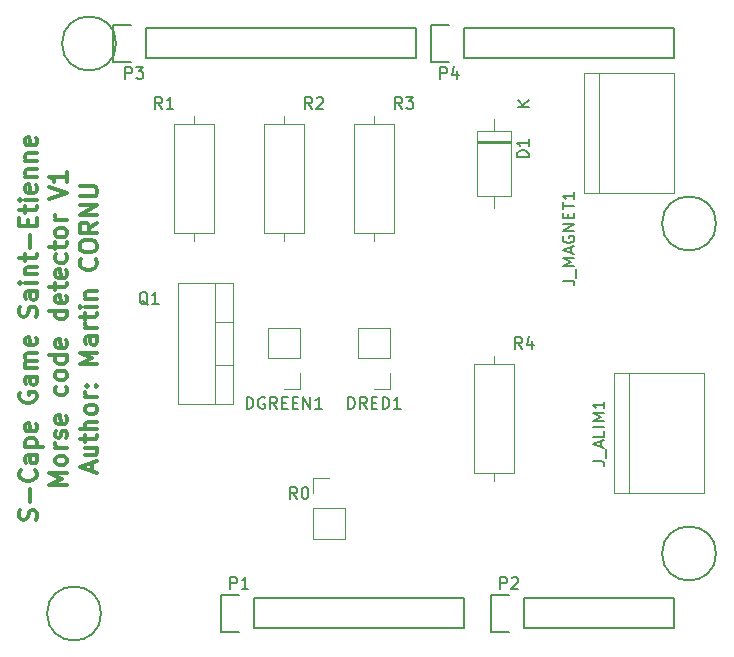
<source format=gto>
G04 #@! TF.GenerationSoftware,KiCad,Pcbnew,(5.0.2)-1*
G04 #@! TF.CreationDate,2018-12-31T00:39:44+01:00*
G04 #@! TF.ProjectId,pcb,7063622e-6b69-4636-9164-5f7063625858,1.1*
G04 #@! TF.SameCoordinates,Original*
G04 #@! TF.FileFunction,Legend,Top*
G04 #@! TF.FilePolarity,Positive*
%FSLAX46Y46*%
G04 Gerber Fmt 4.6, Leading zero omitted, Abs format (unit mm)*
G04 Created by KiCad (PCBNEW (5.0.2)-1) date 31/12/2018 00:39:44*
%MOMM*%
%LPD*%
G01*
G04 APERTURE LIST*
%ADD10C,0.300000*%
%ADD11C,0.150000*%
%ADD12C,0.120000*%
G04 APERTURE END LIST*
D10*
X121755142Y-115909285D02*
X121826571Y-115695000D01*
X121826571Y-115337857D01*
X121755142Y-115195000D01*
X121683714Y-115123571D01*
X121540857Y-115052142D01*
X121398000Y-115052142D01*
X121255142Y-115123571D01*
X121183714Y-115195000D01*
X121112285Y-115337857D01*
X121040857Y-115623571D01*
X120969428Y-115766428D01*
X120898000Y-115837857D01*
X120755142Y-115909285D01*
X120612285Y-115909285D01*
X120469428Y-115837857D01*
X120398000Y-115766428D01*
X120326571Y-115623571D01*
X120326571Y-115266428D01*
X120398000Y-115052142D01*
X121255142Y-114409285D02*
X121255142Y-113266428D01*
X121683714Y-111695000D02*
X121755142Y-111766428D01*
X121826571Y-111980714D01*
X121826571Y-112123571D01*
X121755142Y-112337857D01*
X121612285Y-112480714D01*
X121469428Y-112552142D01*
X121183714Y-112623571D01*
X120969428Y-112623571D01*
X120683714Y-112552142D01*
X120540857Y-112480714D01*
X120398000Y-112337857D01*
X120326571Y-112123571D01*
X120326571Y-111980714D01*
X120398000Y-111766428D01*
X120469428Y-111695000D01*
X121826571Y-110409285D02*
X121040857Y-110409285D01*
X120898000Y-110480714D01*
X120826571Y-110623571D01*
X120826571Y-110909285D01*
X120898000Y-111052142D01*
X121755142Y-110409285D02*
X121826571Y-110552142D01*
X121826571Y-110909285D01*
X121755142Y-111052142D01*
X121612285Y-111123571D01*
X121469428Y-111123571D01*
X121326571Y-111052142D01*
X121255142Y-110909285D01*
X121255142Y-110552142D01*
X121183714Y-110409285D01*
X120826571Y-109695000D02*
X122326571Y-109695000D01*
X120898000Y-109695000D02*
X120826571Y-109552142D01*
X120826571Y-109266428D01*
X120898000Y-109123571D01*
X120969428Y-109052142D01*
X121112285Y-108980714D01*
X121540857Y-108980714D01*
X121683714Y-109052142D01*
X121755142Y-109123571D01*
X121826571Y-109266428D01*
X121826571Y-109552142D01*
X121755142Y-109695000D01*
X121755142Y-107766428D02*
X121826571Y-107909285D01*
X121826571Y-108195000D01*
X121755142Y-108337857D01*
X121612285Y-108409285D01*
X121040857Y-108409285D01*
X120898000Y-108337857D01*
X120826571Y-108195000D01*
X120826571Y-107909285D01*
X120898000Y-107766428D01*
X121040857Y-107695000D01*
X121183714Y-107695000D01*
X121326571Y-108409285D01*
X120398000Y-105123571D02*
X120326571Y-105266428D01*
X120326571Y-105480714D01*
X120398000Y-105695000D01*
X120540857Y-105837857D01*
X120683714Y-105909285D01*
X120969428Y-105980714D01*
X121183714Y-105980714D01*
X121469428Y-105909285D01*
X121612285Y-105837857D01*
X121755142Y-105695000D01*
X121826571Y-105480714D01*
X121826571Y-105337857D01*
X121755142Y-105123571D01*
X121683714Y-105052142D01*
X121183714Y-105052142D01*
X121183714Y-105337857D01*
X121826571Y-103766428D02*
X121040857Y-103766428D01*
X120898000Y-103837857D01*
X120826571Y-103980714D01*
X120826571Y-104266428D01*
X120898000Y-104409285D01*
X121755142Y-103766428D02*
X121826571Y-103909285D01*
X121826571Y-104266428D01*
X121755142Y-104409285D01*
X121612285Y-104480714D01*
X121469428Y-104480714D01*
X121326571Y-104409285D01*
X121255142Y-104266428D01*
X121255142Y-103909285D01*
X121183714Y-103766428D01*
X121826571Y-103052142D02*
X120826571Y-103052142D01*
X120969428Y-103052142D02*
X120898000Y-102980714D01*
X120826571Y-102837857D01*
X120826571Y-102623571D01*
X120898000Y-102480714D01*
X121040857Y-102409285D01*
X121826571Y-102409285D01*
X121040857Y-102409285D02*
X120898000Y-102337857D01*
X120826571Y-102195000D01*
X120826571Y-101980714D01*
X120898000Y-101837857D01*
X121040857Y-101766428D01*
X121826571Y-101766428D01*
X121755142Y-100480714D02*
X121826571Y-100623571D01*
X121826571Y-100909285D01*
X121755142Y-101052142D01*
X121612285Y-101123571D01*
X121040857Y-101123571D01*
X120898000Y-101052142D01*
X120826571Y-100909285D01*
X120826571Y-100623571D01*
X120898000Y-100480714D01*
X121040857Y-100409285D01*
X121183714Y-100409285D01*
X121326571Y-101123571D01*
X121755142Y-98695000D02*
X121826571Y-98480714D01*
X121826571Y-98123571D01*
X121755142Y-97980714D01*
X121683714Y-97909285D01*
X121540857Y-97837857D01*
X121398000Y-97837857D01*
X121255142Y-97909285D01*
X121183714Y-97980714D01*
X121112285Y-98123571D01*
X121040857Y-98409285D01*
X120969428Y-98552142D01*
X120898000Y-98623571D01*
X120755142Y-98695000D01*
X120612285Y-98695000D01*
X120469428Y-98623571D01*
X120398000Y-98552142D01*
X120326571Y-98409285D01*
X120326571Y-98052142D01*
X120398000Y-97837857D01*
X121826571Y-96552142D02*
X121040857Y-96552142D01*
X120898000Y-96623571D01*
X120826571Y-96766428D01*
X120826571Y-97052142D01*
X120898000Y-97195000D01*
X121755142Y-96552142D02*
X121826571Y-96695000D01*
X121826571Y-97052142D01*
X121755142Y-97195000D01*
X121612285Y-97266428D01*
X121469428Y-97266428D01*
X121326571Y-97195000D01*
X121255142Y-97052142D01*
X121255142Y-96695000D01*
X121183714Y-96552142D01*
X121826571Y-95837857D02*
X120826571Y-95837857D01*
X120326571Y-95837857D02*
X120398000Y-95909285D01*
X120469428Y-95837857D01*
X120398000Y-95766428D01*
X120326571Y-95837857D01*
X120469428Y-95837857D01*
X120826571Y-95123571D02*
X121826571Y-95123571D01*
X120969428Y-95123571D02*
X120898000Y-95052142D01*
X120826571Y-94909285D01*
X120826571Y-94695000D01*
X120898000Y-94552142D01*
X121040857Y-94480714D01*
X121826571Y-94480714D01*
X120826571Y-93980714D02*
X120826571Y-93409285D01*
X120326571Y-93766428D02*
X121612285Y-93766428D01*
X121755142Y-93695000D01*
X121826571Y-93552142D01*
X121826571Y-93409285D01*
X121255142Y-92909285D02*
X121255142Y-91766428D01*
X121040857Y-91052142D02*
X121040857Y-90552142D01*
X121826571Y-90337857D02*
X121826571Y-91052142D01*
X120326571Y-91052142D01*
X120326571Y-90337857D01*
X120826571Y-89909285D02*
X120826571Y-89337857D01*
X120326571Y-89695000D02*
X121612285Y-89695000D01*
X121755142Y-89623571D01*
X121826571Y-89480714D01*
X121826571Y-89337857D01*
X121826571Y-88837857D02*
X120826571Y-88837857D01*
X120326571Y-88837857D02*
X120398000Y-88909285D01*
X120469428Y-88837857D01*
X120398000Y-88766428D01*
X120326571Y-88837857D01*
X120469428Y-88837857D01*
X121755142Y-87552142D02*
X121826571Y-87695000D01*
X121826571Y-87980714D01*
X121755142Y-88123571D01*
X121612285Y-88195000D01*
X121040857Y-88195000D01*
X120898000Y-88123571D01*
X120826571Y-87980714D01*
X120826571Y-87695000D01*
X120898000Y-87552142D01*
X121040857Y-87480714D01*
X121183714Y-87480714D01*
X121326571Y-88195000D01*
X120826571Y-86837857D02*
X121826571Y-86837857D01*
X120969428Y-86837857D02*
X120898000Y-86766428D01*
X120826571Y-86623571D01*
X120826571Y-86409285D01*
X120898000Y-86266428D01*
X121040857Y-86195000D01*
X121826571Y-86195000D01*
X120826571Y-85480714D02*
X121826571Y-85480714D01*
X120969428Y-85480714D02*
X120898000Y-85409285D01*
X120826571Y-85266428D01*
X120826571Y-85052142D01*
X120898000Y-84909285D01*
X121040857Y-84837857D01*
X121826571Y-84837857D01*
X121755142Y-83552142D02*
X121826571Y-83695000D01*
X121826571Y-83980714D01*
X121755142Y-84123571D01*
X121612285Y-84195000D01*
X121040857Y-84195000D01*
X120898000Y-84123571D01*
X120826571Y-83980714D01*
X120826571Y-83695000D01*
X120898000Y-83552142D01*
X121040857Y-83480714D01*
X121183714Y-83480714D01*
X121326571Y-84195000D01*
X124376571Y-112909285D02*
X122876571Y-112909285D01*
X123948000Y-112409285D01*
X122876571Y-111909285D01*
X124376571Y-111909285D01*
X124376571Y-110980714D02*
X124305142Y-111123571D01*
X124233714Y-111195000D01*
X124090857Y-111266428D01*
X123662285Y-111266428D01*
X123519428Y-111195000D01*
X123448000Y-111123571D01*
X123376571Y-110980714D01*
X123376571Y-110766428D01*
X123448000Y-110623571D01*
X123519428Y-110552142D01*
X123662285Y-110480714D01*
X124090857Y-110480714D01*
X124233714Y-110552142D01*
X124305142Y-110623571D01*
X124376571Y-110766428D01*
X124376571Y-110980714D01*
X124376571Y-109837857D02*
X123376571Y-109837857D01*
X123662285Y-109837857D02*
X123519428Y-109766428D01*
X123448000Y-109695000D01*
X123376571Y-109552142D01*
X123376571Y-109409285D01*
X124305142Y-108980714D02*
X124376571Y-108837857D01*
X124376571Y-108552142D01*
X124305142Y-108409285D01*
X124162285Y-108337857D01*
X124090857Y-108337857D01*
X123948000Y-108409285D01*
X123876571Y-108552142D01*
X123876571Y-108766428D01*
X123805142Y-108909285D01*
X123662285Y-108980714D01*
X123590857Y-108980714D01*
X123448000Y-108909285D01*
X123376571Y-108766428D01*
X123376571Y-108552142D01*
X123448000Y-108409285D01*
X124305142Y-107123571D02*
X124376571Y-107266428D01*
X124376571Y-107552142D01*
X124305142Y-107695000D01*
X124162285Y-107766428D01*
X123590857Y-107766428D01*
X123448000Y-107695000D01*
X123376571Y-107552142D01*
X123376571Y-107266428D01*
X123448000Y-107123571D01*
X123590857Y-107052142D01*
X123733714Y-107052142D01*
X123876571Y-107766428D01*
X124305142Y-104623571D02*
X124376571Y-104766428D01*
X124376571Y-105052142D01*
X124305142Y-105195000D01*
X124233714Y-105266428D01*
X124090857Y-105337857D01*
X123662285Y-105337857D01*
X123519428Y-105266428D01*
X123448000Y-105195000D01*
X123376571Y-105052142D01*
X123376571Y-104766428D01*
X123448000Y-104623571D01*
X124376571Y-103766428D02*
X124305142Y-103909285D01*
X124233714Y-103980714D01*
X124090857Y-104052142D01*
X123662285Y-104052142D01*
X123519428Y-103980714D01*
X123448000Y-103909285D01*
X123376571Y-103766428D01*
X123376571Y-103552142D01*
X123448000Y-103409285D01*
X123519428Y-103337857D01*
X123662285Y-103266428D01*
X124090857Y-103266428D01*
X124233714Y-103337857D01*
X124305142Y-103409285D01*
X124376571Y-103552142D01*
X124376571Y-103766428D01*
X124376571Y-101980714D02*
X122876571Y-101980714D01*
X124305142Y-101980714D02*
X124376571Y-102123571D01*
X124376571Y-102409285D01*
X124305142Y-102552142D01*
X124233714Y-102623571D01*
X124090857Y-102695000D01*
X123662285Y-102695000D01*
X123519428Y-102623571D01*
X123448000Y-102552142D01*
X123376571Y-102409285D01*
X123376571Y-102123571D01*
X123448000Y-101980714D01*
X124305142Y-100695000D02*
X124376571Y-100837857D01*
X124376571Y-101123571D01*
X124305142Y-101266428D01*
X124162285Y-101337857D01*
X123590857Y-101337857D01*
X123448000Y-101266428D01*
X123376571Y-101123571D01*
X123376571Y-100837857D01*
X123448000Y-100695000D01*
X123590857Y-100623571D01*
X123733714Y-100623571D01*
X123876571Y-101337857D01*
X124376571Y-98195000D02*
X122876571Y-98195000D01*
X124305142Y-98195000D02*
X124376571Y-98337857D01*
X124376571Y-98623571D01*
X124305142Y-98766428D01*
X124233714Y-98837857D01*
X124090857Y-98909285D01*
X123662285Y-98909285D01*
X123519428Y-98837857D01*
X123448000Y-98766428D01*
X123376571Y-98623571D01*
X123376571Y-98337857D01*
X123448000Y-98195000D01*
X124305142Y-96909285D02*
X124376571Y-97052142D01*
X124376571Y-97337857D01*
X124305142Y-97480714D01*
X124162285Y-97552142D01*
X123590857Y-97552142D01*
X123448000Y-97480714D01*
X123376571Y-97337857D01*
X123376571Y-97052142D01*
X123448000Y-96909285D01*
X123590857Y-96837857D01*
X123733714Y-96837857D01*
X123876571Y-97552142D01*
X123376571Y-96409285D02*
X123376571Y-95837857D01*
X122876571Y-96195000D02*
X124162285Y-96195000D01*
X124305142Y-96123571D01*
X124376571Y-95980714D01*
X124376571Y-95837857D01*
X124305142Y-94766428D02*
X124376571Y-94909285D01*
X124376571Y-95195000D01*
X124305142Y-95337857D01*
X124162285Y-95409285D01*
X123590857Y-95409285D01*
X123448000Y-95337857D01*
X123376571Y-95195000D01*
X123376571Y-94909285D01*
X123448000Y-94766428D01*
X123590857Y-94695000D01*
X123733714Y-94695000D01*
X123876571Y-95409285D01*
X124305142Y-93409285D02*
X124376571Y-93552142D01*
X124376571Y-93837857D01*
X124305142Y-93980714D01*
X124233714Y-94052142D01*
X124090857Y-94123571D01*
X123662285Y-94123571D01*
X123519428Y-94052142D01*
X123448000Y-93980714D01*
X123376571Y-93837857D01*
X123376571Y-93552142D01*
X123448000Y-93409285D01*
X123376571Y-92980714D02*
X123376571Y-92409285D01*
X122876571Y-92766428D02*
X124162285Y-92766428D01*
X124305142Y-92695000D01*
X124376571Y-92552142D01*
X124376571Y-92409285D01*
X124376571Y-91695000D02*
X124305142Y-91837857D01*
X124233714Y-91909285D01*
X124090857Y-91980714D01*
X123662285Y-91980714D01*
X123519428Y-91909285D01*
X123448000Y-91837857D01*
X123376571Y-91695000D01*
X123376571Y-91480714D01*
X123448000Y-91337857D01*
X123519428Y-91266428D01*
X123662285Y-91195000D01*
X124090857Y-91195000D01*
X124233714Y-91266428D01*
X124305142Y-91337857D01*
X124376571Y-91480714D01*
X124376571Y-91695000D01*
X124376571Y-90552142D02*
X123376571Y-90552142D01*
X123662285Y-90552142D02*
X123519428Y-90480714D01*
X123448000Y-90409285D01*
X123376571Y-90266428D01*
X123376571Y-90123571D01*
X122876571Y-88695000D02*
X124376571Y-88195000D01*
X122876571Y-87695000D01*
X124376571Y-86409285D02*
X124376571Y-87266428D01*
X124376571Y-86837857D02*
X122876571Y-86837857D01*
X123090857Y-86980714D01*
X123233714Y-87123571D01*
X123305142Y-87266428D01*
X126498000Y-111802142D02*
X126498000Y-111087857D01*
X126926571Y-111944999D02*
X125426571Y-111444999D01*
X126926571Y-110944999D01*
X125926571Y-109802142D02*
X126926571Y-109802142D01*
X125926571Y-110444999D02*
X126712285Y-110444999D01*
X126855142Y-110373571D01*
X126926571Y-110230714D01*
X126926571Y-110016428D01*
X126855142Y-109873571D01*
X126783714Y-109802142D01*
X125926571Y-109302142D02*
X125926571Y-108730714D01*
X125426571Y-109087857D02*
X126712285Y-109087857D01*
X126855142Y-109016428D01*
X126926571Y-108873571D01*
X126926571Y-108730714D01*
X126926571Y-108230714D02*
X125426571Y-108230714D01*
X126926571Y-107587857D02*
X126140857Y-107587857D01*
X125998000Y-107659285D01*
X125926571Y-107802142D01*
X125926571Y-108016428D01*
X125998000Y-108159285D01*
X126069428Y-108230714D01*
X126926571Y-106659285D02*
X126855142Y-106802142D01*
X126783714Y-106873571D01*
X126640857Y-106944999D01*
X126212285Y-106944999D01*
X126069428Y-106873571D01*
X125998000Y-106802142D01*
X125926571Y-106659285D01*
X125926571Y-106444999D01*
X125998000Y-106302142D01*
X126069428Y-106230714D01*
X126212285Y-106159285D01*
X126640857Y-106159285D01*
X126783714Y-106230714D01*
X126855142Y-106302142D01*
X126926571Y-106444999D01*
X126926571Y-106659285D01*
X126926571Y-105516428D02*
X125926571Y-105516428D01*
X126212285Y-105516428D02*
X126069428Y-105444999D01*
X125998000Y-105373571D01*
X125926571Y-105230714D01*
X125926571Y-105087857D01*
X126783714Y-104587857D02*
X126855142Y-104516428D01*
X126926571Y-104587857D01*
X126855142Y-104659285D01*
X126783714Y-104587857D01*
X126926571Y-104587857D01*
X125998000Y-104587857D02*
X126069428Y-104516428D01*
X126140857Y-104587857D01*
X126069428Y-104659285D01*
X125998000Y-104587857D01*
X126140857Y-104587857D01*
X126926571Y-102730714D02*
X125426571Y-102730714D01*
X126498000Y-102230714D01*
X125426571Y-101730714D01*
X126926571Y-101730714D01*
X126926571Y-100373571D02*
X126140857Y-100373571D01*
X125998000Y-100444999D01*
X125926571Y-100587857D01*
X125926571Y-100873571D01*
X125998000Y-101016428D01*
X126855142Y-100373571D02*
X126926571Y-100516428D01*
X126926571Y-100873571D01*
X126855142Y-101016428D01*
X126712285Y-101087857D01*
X126569428Y-101087857D01*
X126426571Y-101016428D01*
X126355142Y-100873571D01*
X126355142Y-100516428D01*
X126283714Y-100373571D01*
X126926571Y-99659285D02*
X125926571Y-99659285D01*
X126212285Y-99659285D02*
X126069428Y-99587857D01*
X125998000Y-99516428D01*
X125926571Y-99373571D01*
X125926571Y-99230714D01*
X125926571Y-98944999D02*
X125926571Y-98373571D01*
X125426571Y-98730714D02*
X126712285Y-98730714D01*
X126855142Y-98659285D01*
X126926571Y-98516428D01*
X126926571Y-98373571D01*
X126926571Y-97873571D02*
X125926571Y-97873571D01*
X125426571Y-97873571D02*
X125498000Y-97945000D01*
X125569428Y-97873571D01*
X125498000Y-97802142D01*
X125426571Y-97873571D01*
X125569428Y-97873571D01*
X125926571Y-97159285D02*
X126926571Y-97159285D01*
X126069428Y-97159285D02*
X125998000Y-97087857D01*
X125926571Y-96945000D01*
X125926571Y-96730714D01*
X125998000Y-96587857D01*
X126140857Y-96516428D01*
X126926571Y-96516428D01*
X126783714Y-93802142D02*
X126855142Y-93873571D01*
X126926571Y-94087857D01*
X126926571Y-94230714D01*
X126855142Y-94445000D01*
X126712285Y-94587857D01*
X126569428Y-94659285D01*
X126283714Y-94730714D01*
X126069428Y-94730714D01*
X125783714Y-94659285D01*
X125640857Y-94587857D01*
X125498000Y-94445000D01*
X125426571Y-94230714D01*
X125426571Y-94087857D01*
X125498000Y-93873571D01*
X125569428Y-93802142D01*
X125426571Y-92873571D02*
X125426571Y-92587857D01*
X125498000Y-92445000D01*
X125640857Y-92302142D01*
X125926571Y-92230714D01*
X126426571Y-92230714D01*
X126712285Y-92302142D01*
X126855142Y-92445000D01*
X126926571Y-92587857D01*
X126926571Y-92873571D01*
X126855142Y-93016428D01*
X126712285Y-93159285D01*
X126426571Y-93230714D01*
X125926571Y-93230714D01*
X125640857Y-93159285D01*
X125498000Y-93016428D01*
X125426571Y-92873571D01*
X126926571Y-90730714D02*
X126212285Y-91230714D01*
X126926571Y-91587857D02*
X125426571Y-91587857D01*
X125426571Y-91016428D01*
X125498000Y-90873571D01*
X125569428Y-90802142D01*
X125712285Y-90730714D01*
X125926571Y-90730714D01*
X126069428Y-90802142D01*
X126140857Y-90873571D01*
X126212285Y-91016428D01*
X126212285Y-91587857D01*
X126926571Y-90087857D02*
X125426571Y-90087857D01*
X126926571Y-89230714D01*
X125426571Y-89230714D01*
X125426571Y-88516428D02*
X126640857Y-88516428D01*
X126783714Y-88445000D01*
X126855142Y-88373571D01*
X126926571Y-88230714D01*
X126926571Y-87945000D01*
X126855142Y-87802142D01*
X126783714Y-87730714D01*
X126640857Y-87659285D01*
X125426571Y-87659285D01*
D11*
G04 #@! TO.C,P1*
X140208000Y-125095000D02*
X157988000Y-125095000D01*
X157988000Y-125095000D02*
X157988000Y-122555000D01*
X157988000Y-122555000D02*
X140208000Y-122555000D01*
X137388000Y-125375000D02*
X138938000Y-125375000D01*
X140208000Y-125095000D02*
X140208000Y-122555000D01*
X138938000Y-122275000D02*
X137388000Y-122275000D01*
X137388000Y-122275000D02*
X137388000Y-125375000D01*
G04 #@! TO.C,P2*
X163068000Y-125095000D02*
X175768000Y-125095000D01*
X175768000Y-125095000D02*
X175768000Y-122555000D01*
X175768000Y-122555000D02*
X163068000Y-122555000D01*
X160248000Y-125375000D02*
X161798000Y-125375000D01*
X163068000Y-125095000D02*
X163068000Y-122555000D01*
X161798000Y-122275000D02*
X160248000Y-122275000D01*
X160248000Y-122275000D02*
X160248000Y-125375000D01*
G04 #@! TO.C,P3*
X131064000Y-76835000D02*
X153924000Y-76835000D01*
X153924000Y-76835000D02*
X153924000Y-74295000D01*
X153924000Y-74295000D02*
X131064000Y-74295000D01*
X128244000Y-77115000D02*
X129794000Y-77115000D01*
X131064000Y-76835000D02*
X131064000Y-74295000D01*
X129794000Y-74015000D02*
X128244000Y-74015000D01*
X128244000Y-74015000D02*
X128244000Y-77115000D01*
G04 #@! TO.C,P4*
X157988000Y-76835000D02*
X175768000Y-76835000D01*
X175768000Y-76835000D02*
X175768000Y-74295000D01*
X175768000Y-74295000D02*
X157988000Y-74295000D01*
X155168000Y-77115000D02*
X156718000Y-77115000D01*
X157988000Y-76835000D02*
X157988000Y-74295000D01*
X156718000Y-74015000D02*
X155168000Y-74015000D01*
X155168000Y-74015000D02*
X155168000Y-77115000D01*
G04 #@! TO.C,P5*
X127254000Y-123825000D02*
G75*
G03X127254000Y-123825000I-2286000J0D01*
G01*
G04 #@! TO.C,P6*
X179324000Y-118745000D02*
G75*
G03X179324000Y-118745000I-2286000J0D01*
G01*
G04 #@! TO.C,P7*
X128524000Y-75565000D02*
G75*
G03X128524000Y-75565000I-2286000J0D01*
G01*
G04 #@! TO.C,P8*
X179324000Y-90805000D02*
G75*
G03X179324000Y-90805000I-2286000J0D01*
G01*
D12*
G04 #@! TO.C,D1*
X161998000Y-83785000D02*
X159058000Y-83785000D01*
X161998000Y-84025000D02*
X159058000Y-84025000D01*
X161998000Y-83905000D02*
X159058000Y-83905000D01*
X160528000Y-89465000D02*
X160528000Y-88445000D01*
X160528000Y-81985000D02*
X160528000Y-83005000D01*
X161998000Y-88445000D02*
X161998000Y-83005000D01*
X159058000Y-88445000D02*
X161998000Y-88445000D01*
X159058000Y-83005000D02*
X159058000Y-88445000D01*
X161998000Y-83005000D02*
X159058000Y-83005000D01*
G04 #@! TO.C,J_ALIM1*
X171958000Y-113665000D02*
X171958000Y-103505000D01*
X170688000Y-113665000D02*
X178308000Y-113665000D01*
X178308000Y-113665000D02*
X178308000Y-103505000D01*
X178308000Y-103505000D02*
X170688000Y-103505000D01*
X170688000Y-103505000D02*
X170688000Y-113665000D01*
G04 #@! TO.C,J_MAGNET1*
X168148000Y-78105000D02*
X168148000Y-88265000D01*
X175768000Y-78105000D02*
X168148000Y-78105000D01*
X175768000Y-88265000D02*
X175768000Y-78105000D01*
X168148000Y-88265000D02*
X175768000Y-88265000D01*
X169418000Y-88265000D02*
X169418000Y-78105000D01*
G04 #@! TO.C,Q1*
X138398000Y-102816000D02*
X136888000Y-102816000D01*
X138398000Y-99115000D02*
X136888000Y-99115000D01*
X136888000Y-95845000D02*
X136888000Y-106085000D01*
X138398000Y-106085000D02*
X133757000Y-106085000D01*
X138398000Y-95845000D02*
X133757000Y-95845000D01*
X133757000Y-95845000D02*
X133757000Y-106085000D01*
X138398000Y-95845000D02*
X138398000Y-106085000D01*
G04 #@! TO.C,R1*
X136848000Y-82375000D02*
X133408000Y-82375000D01*
X133408000Y-82375000D02*
X133408000Y-91615000D01*
X133408000Y-91615000D02*
X136848000Y-91615000D01*
X136848000Y-91615000D02*
X136848000Y-82375000D01*
X135128000Y-81685000D02*
X135128000Y-82375000D01*
X135128000Y-92305000D02*
X135128000Y-91615000D01*
G04 #@! TO.C,R2*
X144468000Y-82375000D02*
X141028000Y-82375000D01*
X141028000Y-82375000D02*
X141028000Y-91615000D01*
X141028000Y-91615000D02*
X144468000Y-91615000D01*
X144468000Y-91615000D02*
X144468000Y-82375000D01*
X142748000Y-81685000D02*
X142748000Y-82375000D01*
X142748000Y-92305000D02*
X142748000Y-91615000D01*
G04 #@! TO.C,R3*
X150368000Y-92305000D02*
X150368000Y-91615000D01*
X150368000Y-81685000D02*
X150368000Y-82375000D01*
X152088000Y-91615000D02*
X152088000Y-82375000D01*
X148648000Y-91615000D02*
X152088000Y-91615000D01*
X148648000Y-82375000D02*
X148648000Y-91615000D01*
X152088000Y-82375000D02*
X148648000Y-82375000D01*
G04 #@! TO.C,R4*
X160528000Y-102005000D02*
X160528000Y-102695000D01*
X160528000Y-112625000D02*
X160528000Y-111935000D01*
X158808000Y-102695000D02*
X158808000Y-111935000D01*
X162248000Y-102695000D02*
X158808000Y-102695000D01*
X162248000Y-111935000D02*
X162248000Y-102695000D01*
X158808000Y-111935000D02*
X162248000Y-111935000D01*
G04 #@! TO.C,R0*
X145228000Y-117535000D02*
X147888000Y-117535000D01*
X145228000Y-114935000D02*
X145228000Y-117535000D01*
X147888000Y-114935000D02*
X147888000Y-117535000D01*
X145228000Y-114935000D02*
X147888000Y-114935000D01*
X145228000Y-113665000D02*
X145228000Y-112335000D01*
X145228000Y-112335000D02*
X146558000Y-112335000D01*
G04 #@! TO.C,DGREEN1*
X144078000Y-99635000D02*
X141418000Y-99635000D01*
X144078000Y-102235000D02*
X144078000Y-99635000D01*
X141418000Y-102235000D02*
X141418000Y-99635000D01*
X144078000Y-102235000D02*
X141418000Y-102235000D01*
X144078000Y-103505000D02*
X144078000Y-104835000D01*
X144078000Y-104835000D02*
X142748000Y-104835000D01*
G04 #@! TO.C,DRED1*
X151698000Y-104835000D02*
X150368000Y-104835000D01*
X151698000Y-103505000D02*
X151698000Y-104835000D01*
X151698000Y-102235000D02*
X149038000Y-102235000D01*
X149038000Y-102235000D02*
X149038000Y-99635000D01*
X151698000Y-102235000D02*
X151698000Y-99635000D01*
X151698000Y-99635000D02*
X149038000Y-99635000D01*
G04 #@! TO.C,P1*
D11*
X138199904Y-121737380D02*
X138199904Y-120737380D01*
X138580857Y-120737380D01*
X138676095Y-120785000D01*
X138723714Y-120832619D01*
X138771333Y-120927857D01*
X138771333Y-121070714D01*
X138723714Y-121165952D01*
X138676095Y-121213571D01*
X138580857Y-121261190D01*
X138199904Y-121261190D01*
X139723714Y-121737380D02*
X139152285Y-121737380D01*
X139438000Y-121737380D02*
X139438000Y-120737380D01*
X139342761Y-120880238D01*
X139247523Y-120975476D01*
X139152285Y-121023095D01*
G04 #@! TO.C,P2*
X161059904Y-121737380D02*
X161059904Y-120737380D01*
X161440857Y-120737380D01*
X161536095Y-120785000D01*
X161583714Y-120832619D01*
X161631333Y-120927857D01*
X161631333Y-121070714D01*
X161583714Y-121165952D01*
X161536095Y-121213571D01*
X161440857Y-121261190D01*
X161059904Y-121261190D01*
X162012285Y-120832619D02*
X162059904Y-120785000D01*
X162155142Y-120737380D01*
X162393238Y-120737380D01*
X162488476Y-120785000D01*
X162536095Y-120832619D01*
X162583714Y-120927857D01*
X162583714Y-121023095D01*
X162536095Y-121165952D01*
X161964666Y-121737380D01*
X162583714Y-121737380D01*
G04 #@! TO.C,P3*
X129309904Y-78557380D02*
X129309904Y-77557380D01*
X129690857Y-77557380D01*
X129786095Y-77605000D01*
X129833714Y-77652619D01*
X129881333Y-77747857D01*
X129881333Y-77890714D01*
X129833714Y-77985952D01*
X129786095Y-78033571D01*
X129690857Y-78081190D01*
X129309904Y-78081190D01*
X130214666Y-77557380D02*
X130833714Y-77557380D01*
X130500380Y-77938333D01*
X130643238Y-77938333D01*
X130738476Y-77985952D01*
X130786095Y-78033571D01*
X130833714Y-78128809D01*
X130833714Y-78366904D01*
X130786095Y-78462142D01*
X130738476Y-78509761D01*
X130643238Y-78557380D01*
X130357523Y-78557380D01*
X130262285Y-78509761D01*
X130214666Y-78462142D01*
G04 #@! TO.C,P4*
X155979904Y-78557380D02*
X155979904Y-77557380D01*
X156360857Y-77557380D01*
X156456095Y-77605000D01*
X156503714Y-77652619D01*
X156551333Y-77747857D01*
X156551333Y-77890714D01*
X156503714Y-77985952D01*
X156456095Y-78033571D01*
X156360857Y-78081190D01*
X155979904Y-78081190D01*
X157408476Y-77890714D02*
X157408476Y-78557380D01*
X157170380Y-77509761D02*
X156932285Y-78224047D01*
X157551333Y-78224047D01*
G04 #@! TO.C,D1*
X163450380Y-85193095D02*
X162450380Y-85193095D01*
X162450380Y-84955000D01*
X162498000Y-84812142D01*
X162593238Y-84716904D01*
X162688476Y-84669285D01*
X162878952Y-84621666D01*
X163021809Y-84621666D01*
X163212285Y-84669285D01*
X163307523Y-84716904D01*
X163402761Y-84812142D01*
X163450380Y-84955000D01*
X163450380Y-85193095D01*
X163450380Y-83669285D02*
X163450380Y-84240714D01*
X163450380Y-83955000D02*
X162450380Y-83955000D01*
X162593238Y-84050238D01*
X162688476Y-84145476D01*
X162736095Y-84240714D01*
X163520380Y-80906904D02*
X162520380Y-80906904D01*
X163520380Y-80335476D02*
X162948952Y-80764047D01*
X162520380Y-80335476D02*
X163091809Y-80906904D01*
G04 #@! TO.C,J_ALIM1*
X168870380Y-110942142D02*
X169584666Y-110942142D01*
X169727523Y-110989761D01*
X169822761Y-111085000D01*
X169870380Y-111227857D01*
X169870380Y-111323095D01*
X169965619Y-110704047D02*
X169965619Y-109942142D01*
X169584666Y-109751666D02*
X169584666Y-109275476D01*
X169870380Y-109846904D02*
X168870380Y-109513571D01*
X169870380Y-109180238D01*
X169870380Y-108370714D02*
X169870380Y-108846904D01*
X168870380Y-108846904D01*
X169870380Y-108037380D02*
X168870380Y-108037380D01*
X169870380Y-107561190D02*
X168870380Y-107561190D01*
X169584666Y-107227857D01*
X168870380Y-106894523D01*
X169870380Y-106894523D01*
X169870380Y-105894523D02*
X169870380Y-106465952D01*
X169870380Y-106180238D02*
X168870380Y-106180238D01*
X169013238Y-106275476D01*
X169108476Y-106370714D01*
X169156095Y-106465952D01*
G04 #@! TO.C,J_MAGNET1*
X166330380Y-95646428D02*
X167044666Y-95646428D01*
X167187523Y-95694047D01*
X167282761Y-95789285D01*
X167330380Y-95932142D01*
X167330380Y-96027380D01*
X167425619Y-95408333D02*
X167425619Y-94646428D01*
X167330380Y-94408333D02*
X166330380Y-94408333D01*
X167044666Y-94075000D01*
X166330380Y-93741666D01*
X167330380Y-93741666D01*
X167044666Y-93313095D02*
X167044666Y-92836904D01*
X167330380Y-93408333D02*
X166330380Y-93075000D01*
X167330380Y-92741666D01*
X166378000Y-91884523D02*
X166330380Y-91979761D01*
X166330380Y-92122619D01*
X166378000Y-92265476D01*
X166473238Y-92360714D01*
X166568476Y-92408333D01*
X166758952Y-92455952D01*
X166901809Y-92455952D01*
X167092285Y-92408333D01*
X167187523Y-92360714D01*
X167282761Y-92265476D01*
X167330380Y-92122619D01*
X167330380Y-92027380D01*
X167282761Y-91884523D01*
X167235142Y-91836904D01*
X166901809Y-91836904D01*
X166901809Y-92027380D01*
X167330380Y-91408333D02*
X166330380Y-91408333D01*
X167330380Y-90836904D01*
X166330380Y-90836904D01*
X166806571Y-90360714D02*
X166806571Y-90027380D01*
X167330380Y-89884523D02*
X167330380Y-90360714D01*
X166330380Y-90360714D01*
X166330380Y-89884523D01*
X166330380Y-89598809D02*
X166330380Y-89027380D01*
X167330380Y-89313095D02*
X166330380Y-89313095D01*
X167330380Y-88170238D02*
X167330380Y-88741666D01*
X167330380Y-88455952D02*
X166330380Y-88455952D01*
X166473238Y-88551190D01*
X166568476Y-88646428D01*
X166616095Y-88741666D01*
G04 #@! TO.C,Q1*
X131222761Y-97702619D02*
X131127523Y-97655000D01*
X131032285Y-97559761D01*
X130889428Y-97416904D01*
X130794190Y-97369285D01*
X130698952Y-97369285D01*
X130746571Y-97607380D02*
X130651333Y-97559761D01*
X130556095Y-97464523D01*
X130508476Y-97274047D01*
X130508476Y-96940714D01*
X130556095Y-96750238D01*
X130651333Y-96655000D01*
X130746571Y-96607380D01*
X130937047Y-96607380D01*
X131032285Y-96655000D01*
X131127523Y-96750238D01*
X131175142Y-96940714D01*
X131175142Y-97274047D01*
X131127523Y-97464523D01*
X131032285Y-97559761D01*
X130937047Y-97607380D01*
X130746571Y-97607380D01*
X132127523Y-97607380D02*
X131556095Y-97607380D01*
X131841809Y-97607380D02*
X131841809Y-96607380D01*
X131746571Y-96750238D01*
X131651333Y-96845476D01*
X131556095Y-96893095D01*
G04 #@! TO.C,R1*
X132421333Y-81097380D02*
X132088000Y-80621190D01*
X131849904Y-81097380D02*
X131849904Y-80097380D01*
X132230857Y-80097380D01*
X132326095Y-80145000D01*
X132373714Y-80192619D01*
X132421333Y-80287857D01*
X132421333Y-80430714D01*
X132373714Y-80525952D01*
X132326095Y-80573571D01*
X132230857Y-80621190D01*
X131849904Y-80621190D01*
X133373714Y-81097380D02*
X132802285Y-81097380D01*
X133088000Y-81097380D02*
X133088000Y-80097380D01*
X132992761Y-80240238D01*
X132897523Y-80335476D01*
X132802285Y-80383095D01*
G04 #@! TO.C,R2*
X145121333Y-81097380D02*
X144788000Y-80621190D01*
X144549904Y-81097380D02*
X144549904Y-80097380D01*
X144930857Y-80097380D01*
X145026095Y-80145000D01*
X145073714Y-80192619D01*
X145121333Y-80287857D01*
X145121333Y-80430714D01*
X145073714Y-80525952D01*
X145026095Y-80573571D01*
X144930857Y-80621190D01*
X144549904Y-80621190D01*
X145502285Y-80192619D02*
X145549904Y-80145000D01*
X145645142Y-80097380D01*
X145883238Y-80097380D01*
X145978476Y-80145000D01*
X146026095Y-80192619D01*
X146073714Y-80287857D01*
X146073714Y-80383095D01*
X146026095Y-80525952D01*
X145454666Y-81097380D01*
X146073714Y-81097380D01*
G04 #@! TO.C,R3*
X152741333Y-81097380D02*
X152408000Y-80621190D01*
X152169904Y-81097380D02*
X152169904Y-80097380D01*
X152550857Y-80097380D01*
X152646095Y-80145000D01*
X152693714Y-80192619D01*
X152741333Y-80287857D01*
X152741333Y-80430714D01*
X152693714Y-80525952D01*
X152646095Y-80573571D01*
X152550857Y-80621190D01*
X152169904Y-80621190D01*
X153074666Y-80097380D02*
X153693714Y-80097380D01*
X153360380Y-80478333D01*
X153503238Y-80478333D01*
X153598476Y-80525952D01*
X153646095Y-80573571D01*
X153693714Y-80668809D01*
X153693714Y-80906904D01*
X153646095Y-81002142D01*
X153598476Y-81049761D01*
X153503238Y-81097380D01*
X153217523Y-81097380D01*
X153122285Y-81049761D01*
X153074666Y-81002142D01*
G04 #@! TO.C,R4*
X162901333Y-101417380D02*
X162568000Y-100941190D01*
X162329904Y-101417380D02*
X162329904Y-100417380D01*
X162710857Y-100417380D01*
X162806095Y-100465000D01*
X162853714Y-100512619D01*
X162901333Y-100607857D01*
X162901333Y-100750714D01*
X162853714Y-100845952D01*
X162806095Y-100893571D01*
X162710857Y-100941190D01*
X162329904Y-100941190D01*
X163758476Y-100750714D02*
X163758476Y-101417380D01*
X163520380Y-100369761D02*
X163282285Y-101084047D01*
X163901333Y-101084047D01*
G04 #@! TO.C,R0*
X143851333Y-114117380D02*
X143518000Y-113641190D01*
X143279904Y-114117380D02*
X143279904Y-113117380D01*
X143660857Y-113117380D01*
X143756095Y-113165000D01*
X143803714Y-113212619D01*
X143851333Y-113307857D01*
X143851333Y-113450714D01*
X143803714Y-113545952D01*
X143756095Y-113593571D01*
X143660857Y-113641190D01*
X143279904Y-113641190D01*
X144470380Y-113117380D02*
X144565619Y-113117380D01*
X144660857Y-113165000D01*
X144708476Y-113212619D01*
X144756095Y-113307857D01*
X144803714Y-113498333D01*
X144803714Y-113736428D01*
X144756095Y-113926904D01*
X144708476Y-114022142D01*
X144660857Y-114069761D01*
X144565619Y-114117380D01*
X144470380Y-114117380D01*
X144375142Y-114069761D01*
X144327523Y-114022142D01*
X144279904Y-113926904D01*
X144232285Y-113736428D01*
X144232285Y-113498333D01*
X144279904Y-113307857D01*
X144327523Y-113212619D01*
X144375142Y-113165000D01*
X144470380Y-113117380D01*
G04 #@! TO.C,DGREEN1*
X139581333Y-106497380D02*
X139581333Y-105497380D01*
X139819428Y-105497380D01*
X139962285Y-105545000D01*
X140057523Y-105640238D01*
X140105142Y-105735476D01*
X140152761Y-105925952D01*
X140152761Y-106068809D01*
X140105142Y-106259285D01*
X140057523Y-106354523D01*
X139962285Y-106449761D01*
X139819428Y-106497380D01*
X139581333Y-106497380D01*
X141105142Y-105545000D02*
X141009904Y-105497380D01*
X140867047Y-105497380D01*
X140724190Y-105545000D01*
X140628952Y-105640238D01*
X140581333Y-105735476D01*
X140533714Y-105925952D01*
X140533714Y-106068809D01*
X140581333Y-106259285D01*
X140628952Y-106354523D01*
X140724190Y-106449761D01*
X140867047Y-106497380D01*
X140962285Y-106497380D01*
X141105142Y-106449761D01*
X141152761Y-106402142D01*
X141152761Y-106068809D01*
X140962285Y-106068809D01*
X142152761Y-106497380D02*
X141819428Y-106021190D01*
X141581333Y-106497380D02*
X141581333Y-105497380D01*
X141962285Y-105497380D01*
X142057523Y-105545000D01*
X142105142Y-105592619D01*
X142152761Y-105687857D01*
X142152761Y-105830714D01*
X142105142Y-105925952D01*
X142057523Y-105973571D01*
X141962285Y-106021190D01*
X141581333Y-106021190D01*
X142581333Y-105973571D02*
X142914666Y-105973571D01*
X143057523Y-106497380D02*
X142581333Y-106497380D01*
X142581333Y-105497380D01*
X143057523Y-105497380D01*
X143486095Y-105973571D02*
X143819428Y-105973571D01*
X143962285Y-106497380D02*
X143486095Y-106497380D01*
X143486095Y-105497380D01*
X143962285Y-105497380D01*
X144390857Y-106497380D02*
X144390857Y-105497380D01*
X144962285Y-106497380D01*
X144962285Y-105497380D01*
X145962285Y-106497380D02*
X145390857Y-106497380D01*
X145676571Y-106497380D02*
X145676571Y-105497380D01*
X145581333Y-105640238D01*
X145486095Y-105735476D01*
X145390857Y-105783095D01*
G04 #@! TO.C,DRED1*
X148177523Y-106497380D02*
X148177523Y-105497380D01*
X148415619Y-105497380D01*
X148558476Y-105545000D01*
X148653714Y-105640238D01*
X148701333Y-105735476D01*
X148748952Y-105925952D01*
X148748952Y-106068809D01*
X148701333Y-106259285D01*
X148653714Y-106354523D01*
X148558476Y-106449761D01*
X148415619Y-106497380D01*
X148177523Y-106497380D01*
X149748952Y-106497380D02*
X149415619Y-106021190D01*
X149177523Y-106497380D02*
X149177523Y-105497380D01*
X149558476Y-105497380D01*
X149653714Y-105545000D01*
X149701333Y-105592619D01*
X149748952Y-105687857D01*
X149748952Y-105830714D01*
X149701333Y-105925952D01*
X149653714Y-105973571D01*
X149558476Y-106021190D01*
X149177523Y-106021190D01*
X150177523Y-105973571D02*
X150510857Y-105973571D01*
X150653714Y-106497380D02*
X150177523Y-106497380D01*
X150177523Y-105497380D01*
X150653714Y-105497380D01*
X151082285Y-106497380D02*
X151082285Y-105497380D01*
X151320380Y-105497380D01*
X151463238Y-105545000D01*
X151558476Y-105640238D01*
X151606095Y-105735476D01*
X151653714Y-105925952D01*
X151653714Y-106068809D01*
X151606095Y-106259285D01*
X151558476Y-106354523D01*
X151463238Y-106449761D01*
X151320380Y-106497380D01*
X151082285Y-106497380D01*
X152606095Y-106497380D02*
X152034666Y-106497380D01*
X152320380Y-106497380D02*
X152320380Y-105497380D01*
X152225142Y-105640238D01*
X152129904Y-105735476D01*
X152034666Y-105783095D01*
G04 #@! TD*
M02*

</source>
